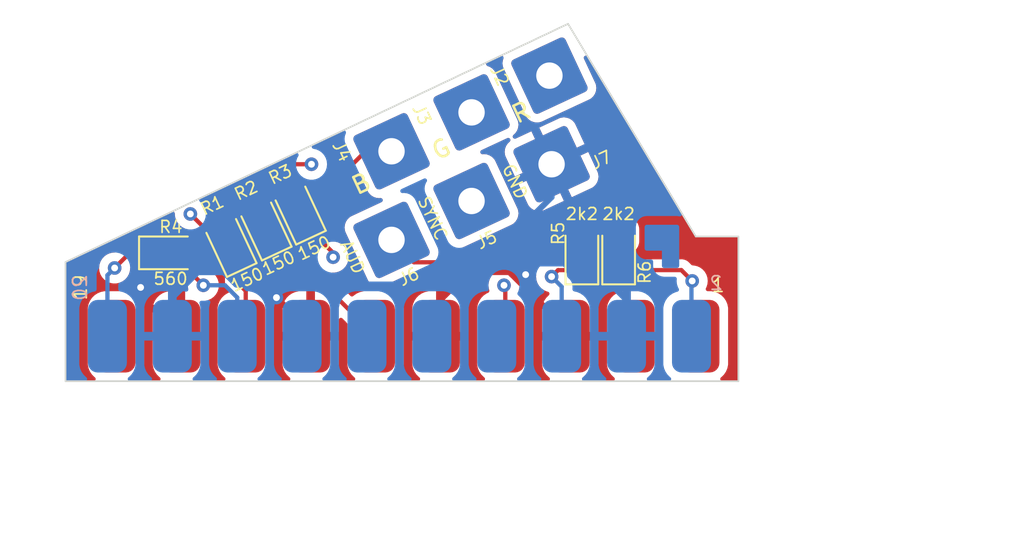
<source format=kicad_pcb>
(kicad_pcb (version 20221018) (generator pcbnew)
  (title_block (title "P2000T Scart PCB") (date "2024-02-23") (rev "0"))
  (layers (0 "F.Cu" jumper) (1 "In1.Cu" signal) (2 "In2.Cu" signal) (31 "B.Cu" signal) (34 "B.Paste" user) (35 "F.Paste" user) (36 "B.SilkS" user "B.Silkscreen") (37 "F.SilkS" user "F.Silkscreen") (38 "B.Mask" user) (39 "F.Mask" user) (44 "Edge.Cuts" user))
  (net 0 "")
  (net 4 "BLUE")
  (net 7 "GREEN")
  (net 9 "RED")
  (net 11 "Net-(J1-Pin_20)")
  (net 12 "GND")
  (net 13 "SYNC")
  (net 14 "Net-(J1-Pin_6)")
  (net 15 "Net-(J1-Pin_2)")
  (net 16 "Net-(J2-Pin_1)")
  (net 17 "Net-(J3-Pin_1)")
  (net 18 "Net-(J4-Pin_1)")
  (net 19 "AUDIO")
  (footprint "LED_SMD:LED_0805_2012Metric_Pad1.15x1.40mm_HandSolder" (layer "F.Cu") (at 138.123816 113.879035 115)
    (fp_text reference "R3" (at 2.262841 -0.065852 25) (layer "F.SilkS") (effects (font (size 0.7 0.7) (thickness 0.1))))
    (fp_text value "150" (at -2.487303 -0.096395 25) (layer "F.SilkS") (effects (font (size 0.7 0.7) (thickness 0.1))))
    (fp_line (start -1.86 -0.96) (end -1.86 0.96) (stroke (width 0.12)) (layer "F.SilkS"))
    (fp_line (start -1.86 0.96) (end 1 0.96) (stroke (width 0.12)) (layer "F.SilkS"))
    (fp_line (start 1 -0.96) (end -1.86 -0.96) (stroke (width 0.12)) (layer "F.SilkS"))
    (pad "1" smd roundrect (at -1.025 0 115) (size 1.15 1.4) (layers "F.Cu" "F.Paste" "F.Mask") (roundrect_rratio 0.2173913043) (net 4 "BLUE"))
    (pad "2" smd roundrect (at 1.025 0 115) (size 1.15 1.4) (layers "F.Cu" "F.Paste" "F.Mask") (roundrect_rratio 0.2173913043) (net 18 "Net-(J4-Pin_1)"))
  )
  (footprint "LED_SMD:LED_0805_2012Metric_Pad1.15x1.40mm_HandSolder" (layer "F.Cu") (at 130.674 116.459)
    (fp_text reference "R4" (at 0.009 -1.524) (layer "F.SilkS") (effects (font (size 0.7 0.7) (thickness 0.1))))
    (fp_text value "560" (at -0.009 1.524) (layer "F.SilkS") (effects (font (size 0.7 0.7) (thickness 0.1))))
    (fp_line (start -1.86 -0.96) (end -1.86 0.96) (stroke (width 0.12)) (layer "F.SilkS"))
    (fp_line (start -1.86 0.96) (end 1 0.96) (stroke (width 0.12)) (layer "F.SilkS"))
    (fp_line (start 1 -0.96) (end -1.86 -0.96) (stroke (width 0.12)) (layer "F.SilkS"))
    (pad "1" smd roundrect (at -1.025 0) (size 1.15 1.4) (layers "F.Cu" "F.Paste" "F.Mask") (roundrect_rratio 0.2173913043) (net 11 "Net-(J1-Pin_20)"))
    (pad "2" smd roundrect (at 1.025 0) (size 1.15 1.4) (layers "F.Cu" "F.Paste" "F.Mask") (roundrect_rratio 0.2173913043) (net 13 "SYNC"))
  )
  (footprint "Connector_Wire:SolderWire-0.75sqmm_1x01_D1.25mm_OD3.5mm" (layer "F.Cu") (at 153.035 111.252 90)
    (fp_text reference "J7" (at 0.254 2.921 25) (layer "F.SilkS") (effects (font (size 0.7 0.7) (thickness 0.1))))
    (fp_text value "GND" (at -1.016 -2.159 -65) (layer "F.SilkS") (effects (font (size 0.7 0.7) (thickness 0.1))))
    (pad "1" thru_hole roundrect (at 0 0 115) (size 3.5 3.5) (drill 1.55) (layers "*.Cu" "*.Mask") (roundrect_rratio 0.07142914286) (net 12 "GND"))
  )
  (footprint "LED_SMD:LED_0805_2012Metric_Pad1.15x1.40mm_HandSolder" (layer "F.Cu") (at 134.059816 115.784035 115)
    (fp_text reference "R1" (at 2.323906 0.03043 25) (layer "F.SilkS") (effects (font (size 0.7 0.7) (thickness 0.1))))
    (fp_text value "150" (at -2.496598 0.0394 25) (layer "F.SilkS") (effects (font (size 0.7 0.7) (thickness 0.1))))
    (fp_line (start -1.86 -0.96) (end -1.86 0.96) (stroke (width 0.12)) (layer "F.SilkS"))
    (fp_line (start -1.86 0.96) (end 1 0.96) (stroke (width 0.12)) (layer "F.SilkS"))
    (fp_line (start 1 -0.96) (end -1.86 -0.96) (stroke (width 0.12)) (layer "F.SilkS"))
    (pad "1" smd roundrect (at -1.025 0 115) (size 1.15 1.4) (layers "F.Cu" "F.Paste" "F.Mask") (roundrect_rratio 0.2173913043) (net 9 "RED"))
    (pad "2" smd roundrect (at 1.025 0 115) (size 1.15 1.4) (layers "F.Cu" "F.Paste" "F.Mask") (roundrect_rratio 0.2173913043) (net 16 "Net-(J2-Pin_1)"))
  )
  (footprint "Connector_Wire:SolderWire-0.75sqmm_1x01_D1.25mm_OD3.5mm" (layer "F.Cu") (at 143.637 110.49 90)
    (fp_text reference "J4" (at 0 -2.921 295) (layer "F.SilkS") (effects (font (size 0.7 0.7) (thickness 0.1))))
    (fp_text value "B" (at -1.905 -1.778 205) (layer "F.SilkS"))
    (pad "1" thru_hole roundrect (at 0 0 115) (size 3.5 3.5) (drill 1.55) (layers "*.Cu" "*.Mask") (roundrect_rratio 0.07142914286) (net 18 "Net-(J4-Pin_1)"))
  )
  (footprint "Connector_Wire:SolderWire-0.75sqmm_1x01_D1.25mm_OD3.5mm" (layer "F.Cu") (at 143.637 115.697 90)
    (fp_text reference "J6" (at -2.159 1.016 25) (layer "F.SilkS") (effects (font (size 0.7 0.7) (thickness 0.1))))
    (fp_text value "AUD" (at -1.016 -2.286 -65) (layer "F.SilkS") (effects (font (size 0.7 0.7) (thickness 0.1))))
    (pad "1" thru_hole roundrect (at 0 0 115) (size 3.5 3.5) (drill 1.55) (layers "*.Cu" "*.Mask") (roundrect_rratio 0.07142914286) (net 19 "AUDIO"))
  )
  (footprint "LED_SMD:LED_0805_2012Metric_Pad1.15x1.40mm_HandSolder" (layer "F.Cu") (at 136.114448 114.815105 115)
    (fp_text reference "R2" (at 2.262841 -0.065852 25) (layer "F.SilkS") (effects (font (size 0.7 0.7) (thickness 0.1))))
    (fp_text value "150" (at -2.411307 -0.143508 25) (layer "F.SilkS") (effects (font (size 0.7 0.7) (thickness 0.1))))
    (fp_line (start -1.86 -0.96) (end -1.86 0.96) (stroke (width 0.12)) (layer "F.SilkS"))
    (fp_line (start -1.86 0.96) (end 1 0.96) (stroke (width 0.12)) (layer "F.SilkS"))
    (fp_line (start 1 -0.96) (end -1.86 -0.96) (stroke (width 0.12)) (layer "F.SilkS"))
    (pad "1" smd roundrect (at -1.025 0 115) (size 1.15 1.4) (layers "F.Cu" "F.Paste" "F.Mask") (roundrect_rratio 0.2173913043) (net 7 "GREEN"))
    (pad "2" smd roundrect (at 1.025 0 115) (size 1.15 1.4) (layers "F.Cu" "F.Paste" "F.Mask") (roundrect_rratio 0.2173913043) (net 17 "Net-(J3-Pin_1)"))
  )
  (footprint "Connector_Wire:SolderWire-0.75sqmm_1x01_D1.25mm_OD3.5mm" (layer "F.Cu") (at 152.908 106.045 90)
    (fp_text reference "J2" (at 0 -2.921 295) (layer "F.SilkS") (effects (font (size 0.7 0.7) (thickness 0.1))))
    (fp_text value "R" (at -2.159 -1.651 205) (layer "F.SilkS"))
    (pad "1" thru_hole roundrect (at 0 0 115) (size 3.5 3.5) (drill 1.55) (layers "*.Cu" "*.Mask") (roundrect_rratio 0.07142914286) (net 16 "Net-(J2-Pin_1)"))
  )
  (footprint "Connector_Wire:SolderWire-0.75sqmm_1x01_D1.25mm_OD3.5mm" (layer "F.Cu") (at 148.336 108.204 90)
    (fp_text reference "J3" (at -0.127 -2.921 295) (layer "F.SilkS") (effects (font (size 0.7 0.7) (thickness 0.1))))
    (fp_text value "G" (at -2.159 -1.778 205) (layer "F.SilkS"))
    (pad "1" thru_hole roundrect (at 0 0 115) (size 3.5 3.5) (drill 1.55) (layers "*.Cu" "*.Mask") (roundrect_rratio 0.07142914286) (net 17 "Net-(J3-Pin_1)"))
  )
  (footprint "LED_SMD:LED_0805_2012Metric_Pad1.15x1.40mm_HandSolder" (layer "F.Cu") (at 154.813 116.45 90)
    (fp_text reference "R5" (at 1.134 -1.397 90) (layer "F.SilkS") (effects (font (size 0.7 0.7) (thickness 0.1))))
    (fp_text value "2k2" (at 2.277 0 180) (layer "F.SilkS") (effects (font (size 0.7 0.7) (thickness 0.1))))
    (fp_line (start -1.86 -0.96) (end -1.86 0.96) (stroke (width 0.12)) (layer "F.SilkS"))
    (fp_line (start -1.86 0.96) (end 1 0.96) (stroke (width 0.12)) (layer "F.SilkS"))
    (fp_line (start 1 -0.96) (end -1.86 -0.96) (stroke (width 0.12)) (layer "F.SilkS"))
    (pad "1" smd roundrect (at -1.025 0 90) (size 1.15 1.4) (layers "F.Cu" "F.Paste" "F.Mask") (roundrect_rratio 0.2173913043) (net 14 "Net-(J1-Pin_6)"))
    (pad "2" smd roundrect (at 1.025 0 90) (size 1.15 1.4) (layers "F.Cu" "F.Paste" "F.Mask") (roundrect_rratio 0.2173913043) (net 19 "AUDIO"))
  )
  (footprint "Connector_Wire:SolderWire-0.75sqmm_1x01_D1.25mm_OD3.5mm" (layer "F.Cu") (at 148.336 113.411 90)
    (fp_text reference "J5" (at -2.286 0.889 25) (layer "F.SilkS") (effects (font (size 0.7 0.7) (thickness 0.1))))
    (fp_text value "SYNC" (at -1.016 -2.286 -65) (layer "F.SilkS") (effects (font (size 0.7 0.7) (thickness 0.1))))
    (pad "1" thru_hole roundrect (at 0 0 115) (size 3.5 3.5) (drill 1.55) (layers "*.Cu" "*.Mask") (roundrect_rratio 0.07142914286) (net 13 "SYNC"))
  )
  (footprint "Footprints:SCART" (layer "F.Cu") (at 126.9735 124.068)
    (fp_text reference "J1" hide)
    (fp_text value "Conn_02x10_Odd_Even" hide)
    (pad "1" smd roundrect (at 34.774 -2.7105) (size 2.286 4.267) (layers "F.Cu" "F.Mask"))
    (pad "2" smd roundrect (at 34.274 -2.7105) (size 2.286 4.267) (layers "B.Cu" "B.Mask") (net 15 "Net-(J1-Pin_2)"))
    (pad "3" smd roundrect (at 30.964 -2.7105) (size 2.286 4.267) (layers "F.Cu" "F.Mask"))
    (pad "4" smd roundrect (at 30.464 -2.7105) (size 2.286 4.267) (layers "B.Cu" "B.Mask") (net 12 "GND"))
    (pad "5" smd roundrect (at 27.154 -2.7105) (size 2.286 4.267) (layers "F.Cu" "F.Mask") (net 12 "GND"))
    (pad "6" smd roundrect (at 26.654 -2.7105) (size 2.286 4.267) (layers "B.Cu" "B.Mask") (net 14 "Net-(J1-Pin_6)"))
    (pad "7" smd roundrect (at 23.344 -2.7105) (size 2.286 4.267) (layers "F.Cu" "F.Mask") (net 4 "BLUE"))
    (pad "8" smd roundrect (at 22.844 -2.7105) (size 2.286 4.267) (layers "B.Cu" "B.Mask"))
    (pad "9" smd roundrect (at 19.534 -2.7105) (size 2.286 4.267) (layers "F.Cu" "F.Mask") (net 12 "GND"))
    (pad "10" smd roundrect (at 19.034 -2.7105) (size 2.286 4.267) (layers "B.Cu" "B.Mask"))
    (pad "11" smd roundrect (at 15.724 -2.7105) (size 2.286 4.267) (layers "F.Cu" "F.Mask") (net 7 "GREEN"))
    (pad "12" smd roundrect (at 15.224 -2.7105) (size 2.286 4.267) (layers "B.Cu" "B.Mask"))
    (pad "13" smd roundrect (at 11.914 -2.7105) (size 2.286 4.267) (layers "F.Cu" "F.Mask") (net 12 "GND"))
    (pad "14" smd roundrect (at 11.414 -2.7105) (size 2.286 4.267) (layers "B.Cu" "B.Mask"))
    (pad "15" smd roundrect (at 8.104 -2.7105) (size 2.286 4.267) (layers "F.Cu" "F.Mask") (net 9 "RED"))
    (pad "16" smd roundrect (at 7.604 -2.7105) (size 2.286 4.267) (layers "B.Cu" "B.Mask") (net 13 "SYNC"))
    (pad "17" smd roundrect (at 4.294 -2.7105) (size 2.286 4.267) (layers "F.Cu" "F.Mask") (net 12 "GND"))
    (pad "18" smd roundrect (at 3.794 -2.7105) (size 2.286 4.267) (layers "B.Cu" "B.Mask") (net 12 "GND"))
    (pad "19" smd roundrect (at 0.484 -2.7105) (size 2.286 4.267) (layers "F.Cu" "F.Mask"))
    (pad "20" smd roundrect (at -0.016 -2.7105) (size 2.286 4.267) (layers "B.Cu" "B.Mask") (net 11 "Net-(J1-Pin_20)"))
  )
  (footprint "LED_SMD:LED_0805_2012Metric_Pad1.15x1.40mm_HandSolder" (layer "F.Cu") (at 156.972 116.45 90)
    (fp_text reference "R6" (at -1.152 1.524 90) (layer "F.SilkS") (effects (font (size 0.7 0.7) (thickness 0.1) bold)))
    (fp_text value "2k2" (at 2.277 0 180) (layer "F.SilkS") (effects (font (size 0.7 0.7) (thickness 0.1))))
    (fp_line (start -1.86 -0.96) (end -1.86 0.96) (stroke (width 0.12)) (layer "F.SilkS"))
    (fp_line (start -1.86 0.96) (end 1 0.96) (stroke (width 0.12)) (layer "F.SilkS"))
    (fp_line (start 1 -0.96) (end -1.86 -0.96) (stroke (width 0.12)) (layer "F.SilkS"))
    (pad "1" smd roundrect (at -1.025 0 90) (size 1.15 1.4) (layers "F.Cu" "F.Paste" "F.Mask") (roundrect_rratio 0.2173913043) (net 15 "Net-(J1-Pin_2)"))
    (pad "2" smd roundrect (at 1.025 0 90) (size 1.15 1.4) (layers "F.Cu" "F.Paste" "F.Mask") (roundrect_rratio 0.2173913043) (net 19 "AUDIO"))
  )
  (gr_line (start 124.5 124) (end 164 124) (stroke (width 0.1)) (layer "Edge.Cuts"))
  (gr_line (start 154 103) (end 124.5 117) (stroke (width 0.1)) (layer "Edge.Cuts"))
  (gr_line (start 164 115.5) (end 161.5 115.5) (stroke (width 0.1)) (layer "Edge.Cuts"))
  (gr_line (start 154 103) (end 161.5 115.5) (stroke (width 0.1)) (layer "Edge.Cuts"))
  (gr_line (start 124.5 124) (end 124.5 117) (stroke (width 0.1)) (layer "Edge.Cuts"))
  (gr_line (start 164 115.5) (end 164 124) (stroke (width 0.1)) (layer "Edge.Cuts"))
  (gr_text "20\n" (at 125.349 118.5164 90) (layer "B.SilkS") (effects (font (size 0.8 0.8) (thickness 0.1)) (justify mirror)))
  (gr_text "2" (at 162.687 118.237) (layer "B.SilkS") (effects (font (size 0.8 0.8) (thickness 0.1)) (justify mirror)))
  (gr_text "1" (at 162.814 118.364) (layer "F.SilkS") (effects (font (size 0.8 0.8) (thickness 0.1))))
  (gr_text "19" (at 125.349 118.491 90) (layer "F.SilkS") (effects (font (size 0.8 0.8) (thickness 0.1))))
  (segment (start 140.208 116.459) (end 140.208 116.713) (width 0.25) (layer "F.Cu") (net 4))
  (segment (start 138.557 114.808) (end 140.208 116.459) (width 0.25) (layer "F.Cu") (net 4))
  (segment (start 150.3175 118.4405) (end 150.3175 121.3575) (width 0.25) (layer "F.Cu") (net 4))
  (segment (start 150.241 118.364) (end 150.3175 118.4405) (width 0.25) (layer "F.Cu") (net 4))
  (via (at 150.241 118.364) (size 0.8) (drill 0.4) (layers "F.Cu" "B.Cu") (net 4))
  (via (at 140.208 116.713) (size 0.8) (drill 0.4) (layers "F.Cu" "B.Cu") (net 4))
  (segment (start 137.08407 115.74407) (end 142.6975 121.3575) (width 0.25) (layer "F.Cu") (net 7))
  (segment (start 136.547632 115.74407) (end 137.08407 115.74407) (width 0.25) (layer "F.Cu") (net 7))
  (segment (start 134.493 116.713) (end 134.493 118.11) (width 0.25) (layer "F.Cu") (net 9))
  (segment (start 135.0775 118.6945) (end 135.0775 121.3575) (width 0.25) (layer "F.Cu") (net 9))
  (segment (start 134.493 118.11) (end 135.0775 118.6945) (width 0.25) (layer "F.Cu") (net 9))
  (segment (start 129.649 116.459) (end 128.27 116.459) (width 0.25) (layer "F.Cu") (net 11))
  (segment (start 128.27 116.459) (end 127.381 117.348) (width 0.25) (layer "F.Cu") (net 11))
  (via (at 127.381 117.348) (size 0.8) (drill 0.4) (layers "F.Cu" "B.Cu") (net 11))
  (segment (start 126.9575 117.7715) (end 126.9575 121.3575) (width 0.25) (layer "B.Cu") (net 11))
  (segment (start 127.381 117.348) (end 126.9575 117.7715) (width 0.25) (layer "B.Cu") (net 11))
  (segment (start 150.562016 117.589) (end 150.711869 117.738853) (width 0.35) (layer "F.Cu") (net 12))
  (segment (start 146.5075 119.224001) (end 148.142501 117.589) (width 0.35) (layer "F.Cu") (net 12))
  (segment (start 146.5075 121.3575) (end 146.5075 119.224001) (width 0.35) (layer "F.Cu") (net 12))
  (segment (start 148.142501 117.589) (end 150.562016 117.589) (width 0.35) (layer "F.Cu") (net 12))
  (segment (start 154.1275 121.154484) (end 154.1275 121.3575) (width 0.35) (layer "F.Cu") (net 12))
  (segment (start 138.8875 121.3575) (end 138.8875 121.0938) (width 0.35) (layer "F.Cu") (net 12))
  (segment (start 150.711869 117.738853) (end 151.511 117.738853) (width 0.35) (layer "F.Cu") (net 12))
  (segment (start 150.562016 117.589) (end 154.1275 121.154484) (width 0.35) (layer "F.Cu") (net 12))
  (segment (start 138.8875 121.0938) (end 136.882005 119.088305) (width 0.35) (layer "F.Cu") (net 12))
  (segment (start 128.905 118.995) (end 131.2675 121.3575) (width 0.35) (layer "F.Cu") (net 12))
  (segment (start 128.905 118.491) (end 128.905 118.995) (width 0.35) (layer "F.Cu") (net 12))
  (via (at 128.905 118.491) (size 0.8) (drill 0.4) (layers "F.Cu" "B.Cu") (net 12))
  (via (at 151.511 117.738853) (size 0.8) (drill 0.4) (layers "F.Cu" "B.Cu") (net 12))
  (via (at 136.882005 119.088305) (size 0.8) (drill 0.4) (layers "F.Cu" "B.Cu") (net 12))
  (segment (start 134.52115 118.320044) (end 133.790107 117.589) (width 0.35) (layer "B.Cu") (net 12))
  (segment (start 135.3827 117.589) (end 132.266984 117.589) (width 0.35) (layer "B.Cu") (net 12))
  (segment (start 133.790107 117.589) (end 129.807 117.589) (width 0.35) (layer "B.Cu") (net 12))
  (segment (start 155.294499 117.081) (end 149.86 117.081) (width 0.35) (layer "B.Cu") (net 12))
  (segment (start 157.4375 119.224001) (end 155.294499 117.081) (width 0.35) (layer "B.Cu") (net 12))
  (segment (start 157.4375 121.3575) (end 157.4375 119.224001) (width 0.35) (layer "B.Cu") (net 12))
  (segment (start 149.136912 117.081) (end 147.897868 118.320044) (width 0.35) (layer "B.Cu") (net 12))
  (segment (start 136.882005 119.088305) (end 135.3827 117.589) (width 0.35) (layer "B.Cu") (net 12))
  (segment (start 153.035 113.182912) (end 147.897868 118.320044) (width 0.35) (layer "B.Cu") (net 12))
  (segment (start 132.266984 117.589) (end 130.7675 119.088484) (width 0.35) (layer "B.Cu") (net 12))
  (segment (start 153.035 111.252) (end 153.035 113.182912) (width 0.35) (layer "B.Cu") (net 12))
  (segment (start 151.511 117.738853) (end 150.853147 117.081) (width 0.35) (layer "B.Cu") (net 12))
  (segment (start 130.7675 119.088484) (end 130.7675 121.3575) (width 0.35) (layer "B.Cu") (net 12))
  (segment (start 149.86 117.081) (end 149.136912 117.081) (width 0.35) (layer "B.Cu") (net 12))
  (segment (start 129.807 117.589) (end 128.905 118.491) (width 0.35) (layer "B.Cu") (net 12))
  (segment (start 150.853147 117.081) (end 149.86 117.081) (width 0.35) (layer "B.Cu") (net 12))
  (segment (start 147.897868 118.320044) (end 134.52115 118.320044) (width 0.35) (layer "B.Cu") (net 12))
  (segment (start 131.699 116.459) (end 131.699 117.475) (width 0.25) (layer "F.Cu") (net 13))
  (segment (start 131.699 117.475) (end 132.588 118.364) (width 0.25) (layer "F.Cu") (net 13))
  (via (at 132.588 118.364) (size 0.8) (drill 0.4) (layers "F.Cu" "B.Cu") (net 13))
  (segment (start 132.588 118.364) (end 133.858 118.364) (width 0.25) (layer "B.Cu") (net 13))
  (segment (start 133.858 118.364) (end 134.5775 119.0835) (width 0.25) (layer "B.Cu") (net 13))
  (segment (start 134.5775 119.0835) (end 134.5775 121.3575) (width 0.25) (layer "B.Cu") (net 13))
  (segment (start 153.416 117.475) (end 153.035 117.856) (width 0.25) (layer "F.Cu") (net 14))
  (segment (start 154.813 117.475) (end 153.416 117.475) (width 0.25) (layer "F.Cu") (net 14))
  (via (at 153.035 117.856) (size 0.8) (drill 0.4) (layers "F.Cu" "B.Cu") (net 14))
  (segment (start 153.6275 118.4485) (end 153.6275 121.3575) (width 0.25) (layer "B.Cu") (net 14))
  (segment (start 153.035 117.856) (end 153.6275 118.4485) (width 0.25) (layer "B.Cu") (net 14))
  (segment (start 160.655 117.475) (end 161.29 118.11) (width 0.25) (layer "F.Cu") (net 15))
  (segment (start 156.972 117.475) (end 160.655 117.475) (width 0.25) (layer "F.Cu") (net 15))
  (via (at 161.29 118.11) (size 0.8) (drill 0.4) (layers "F.Cu" "B.Cu") (net 15))
  (segment (start 161.29 118.11) (end 161.2475 118.1525) (width 0.25) (layer "B.Cu") (net 15))
  (segment (start 161.2475 118.1525) (end 161.2475 121.3575) (width 0.25) (layer "B.Cu") (net 15))
  (segment (start 133.626632 114.85507) (end 132.50807 114.85507) (width 0.25) (layer "F.Cu") (net 16))
  (segment (start 132.50807 114.85507) (end 131.826 114.173) (width 0.25) (layer "F.Cu") (net 16))
  (via (at 131.826 114.173) (size 0.8) (drill 0.4) (layers "F.Cu" "B.Cu") (net 16))
  (segment (start 135.681264 113.251698) (end 137.680962 111.252) (width 0.25) (layer "F.Cu") (net 17))
  (segment (start 137.680962 111.252) (end 138.938 111.252) (width 0.25) (layer "F.Cu") (net 17))
  (segment (start 135.681264 113.88614) (end 135.681264 113.251698) (width 0.25) (layer "F.Cu") (net 17))
  (via (at 138.938 111.252) (size 0.8) (drill 0.4) (layers "F.Cu" "B.Cu") (net 17))
  (segment (start 137.690632 112.95007) (end 139.65293 112.95007) (width 0.25) (layer "F.Cu") (net 18))
  (segment (start 142.113 110.49) (end 143.637 110.49) (width 0.25) (layer "F.Cu") (net 18))
  (segment (start 139.65293 112.95007) (end 142.113 110.49) (width 0.25) (layer "F.Cu") (net 18))
  (segment (start 143.637 115.697) (end 144.953853 117.013853) (width 0.25) (layer "F.Cu") (net 19))
  (segment (start 154.813 115.425) (end 156.972 115.425) (width 0.25) (layer "F.Cu") (net 19))
  (segment (start 151.972147 117.013853) (end 153.561 115.425) (width 0.25) (layer "F.Cu") (net 19))
  (segment (start 153.561 115.425) (end 154.813 115.425) (width 0.25) (layer "F.Cu") (net 19))
  (segment (start 144.953853 117.013853) (end 151.972147 117.013853) (width 0.25) (layer "F.Cu") (net 19))
  (zone (net 12) (net_name "GND") (layers "F.Cu" "In2.Cu" "B.Cu") (connect_pads (clearance 0.508)) (min_thickness 0.254) (fill yes (thermal_gap 0.508) (thermal_bridge_width 0.508))
    (polygon (pts (xy 171.45 127) (xy 120.65 127) (xy 120.65 101.6) (xy 171.45 101.6)))
  )
  (zone (net 0) (net_name "") (layer "B.Cu") (priority 1) (connect_pads (clearance 0.508)) (min_thickness 0.254) (fill yes (thermal_gap 0.508) (thermal_bridge_width 0.508))
    (polygon (pts (xy 160.528 117.348) (xy 159.512 117.348) (xy 159.512 116.332) (xy 158.496 116.332) (xy 158.496 114.808) (xy 160.528 114.808)))
  )
)
</source>
